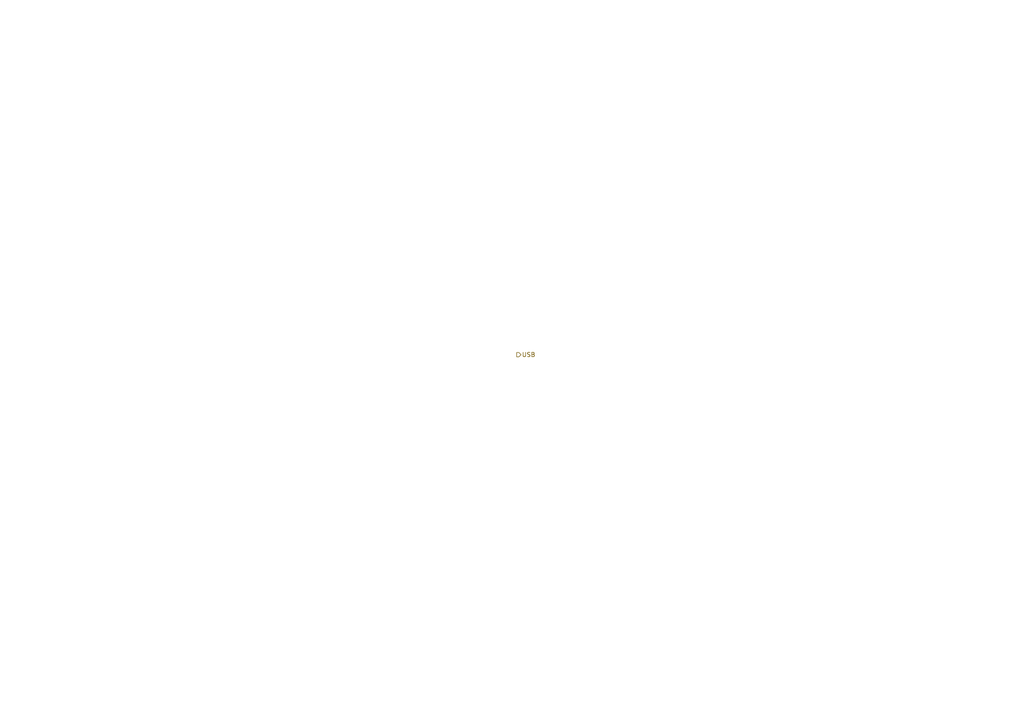
<source format=kicad_sch>
(kicad_sch
	(version 20250114)
	(generator "eeschema")
	(generator_version "9.0")
	(uuid "d3dbac9d-3e5f-489d-be7c-dbdeb242e5ab")
	(paper "A4")
	(lib_symbols)
	(hierarchical_label "USB"
		(shape output)
		(at 149.86 102.87 0)
		(effects
			(font
				(size 1.27 1.27)
			)
			(justify left)
		)
		(uuid "206f718b-7cc2-4168-8961-952ffa697721")
	)
)

</source>
